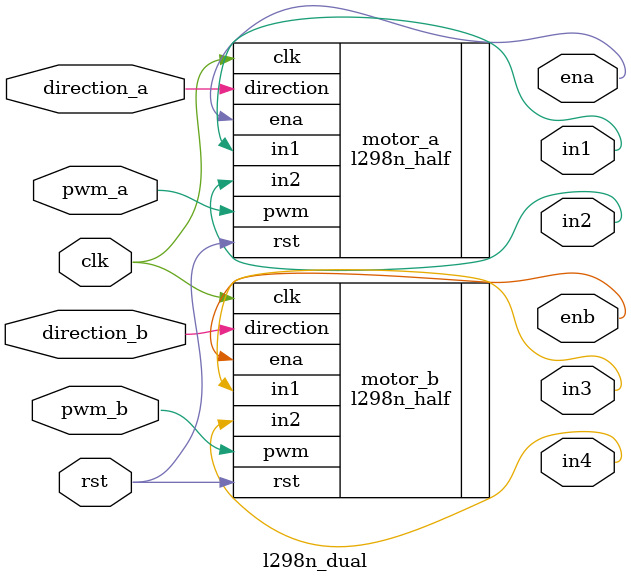
<source format=v>

module l298n_dual (
    input wire clk,         // Proper clk
    input wire rst,         // Reset signal (active high)

    // Motor A
    input wire pwm_a,       // External PWM signal                  
    input wire direction_a, // Direction control
    output wire ena,         // to ENA: PWM output singal
    output wire in1,         // IN1 direction control
    output wire in2,         // IN2 direction control

    // Motor B
    input wire pwm_b,       // External PWM signal                  
    input wire direction_b, // Direction control
    output wire enb,         // to ENB: PWM output singal
    output wire in3,         // IN3 direction control
    output wire in4          // IN4 direction control
);

l298n_half motor_a (
    .clk(clk),
    .rst(rst),
    .pwm(pwm_a),
    .direction(direction_a),
    .ena(ena),
    .in1(in1),
    .in2(in2)
);

l298n_half motor_b (
    .clk(clk),
    .rst(rst),
    .pwm(pwm_b),
    .direction(direction_b),
    .ena(enb),
    .in1(in3),
    .in2(in4)
);

endmodule
</source>
